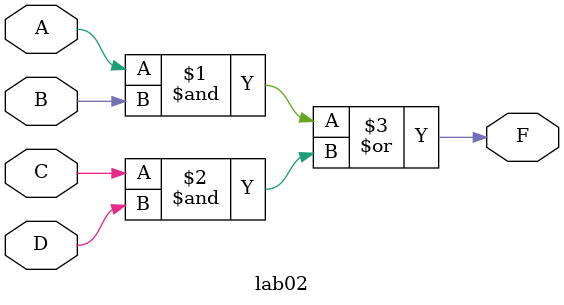
<source format=v>
`timescale 1ns / 1ps


module lab02(
    input A,
    input B,
    input C,
    input D,
    output F
    );
    assign F=((A&B) | (C&D));
endmodule

</source>
